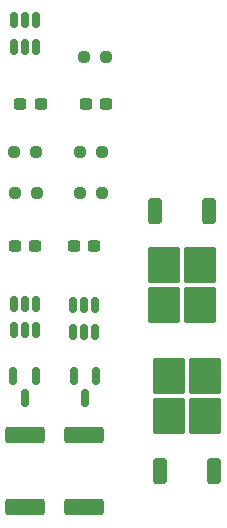
<source format=gbr>
%TF.GenerationSoftware,KiCad,Pcbnew,9.0.4*%
%TF.CreationDate,2025-10-23T14:08:19-04:00*%
%TF.ProjectId,BMS,424d532e-6b69-4636-9164-5f7063625858,rev?*%
%TF.SameCoordinates,Original*%
%TF.FileFunction,Paste,Top*%
%TF.FilePolarity,Positive*%
%FSLAX46Y46*%
G04 Gerber Fmt 4.6, Leading zero omitted, Abs format (unit mm)*
G04 Created by KiCad (PCBNEW 9.0.4) date 2025-10-23 14:08:19*
%MOMM*%
%LPD*%
G01*
G04 APERTURE LIST*
G04 Aperture macros list*
%AMRoundRect*
0 Rectangle with rounded corners*
0 $1 Rounding radius*
0 $2 $3 $4 $5 $6 $7 $8 $9 X,Y pos of 4 corners*
0 Add a 4 corners polygon primitive as box body*
4,1,4,$2,$3,$4,$5,$6,$7,$8,$9,$2,$3,0*
0 Add four circle primitives for the rounded corners*
1,1,$1+$1,$2,$3*
1,1,$1+$1,$4,$5*
1,1,$1+$1,$6,$7*
1,1,$1+$1,$8,$9*
0 Add four rect primitives between the rounded corners*
20,1,$1+$1,$2,$3,$4,$5,0*
20,1,$1+$1,$4,$5,$6,$7,0*
20,1,$1+$1,$6,$7,$8,$9,0*
20,1,$1+$1,$8,$9,$2,$3,0*%
G04 Aperture macros list end*
%ADD10RoundRect,0.150000X-0.150000X0.587500X-0.150000X-0.587500X0.150000X-0.587500X0.150000X0.587500X0*%
%ADD11RoundRect,0.150000X-0.150000X0.512500X-0.150000X-0.512500X0.150000X-0.512500X0.150000X0.512500X0*%
%ADD12RoundRect,0.237500X-0.300000X-0.237500X0.300000X-0.237500X0.300000X0.237500X-0.300000X0.237500X0*%
%ADD13RoundRect,0.249999X-1.425001X0.450001X-1.425001X-0.450001X1.425001X-0.450001X1.425001X0.450001X0*%
%ADD14RoundRect,0.250000X1.125000X-1.275000X1.125000X1.275000X-1.125000X1.275000X-1.125000X-1.275000X0*%
%ADD15RoundRect,0.250000X0.350000X-0.850000X0.350000X0.850000X-0.350000X0.850000X-0.350000X-0.850000X0*%
%ADD16RoundRect,0.237500X-0.250000X-0.237500X0.250000X-0.237500X0.250000X0.237500X-0.250000X0.237500X0*%
%ADD17RoundRect,0.250000X-1.125000X1.275000X-1.125000X-1.275000X1.125000X-1.275000X1.125000X1.275000X0*%
%ADD18RoundRect,0.250000X-0.350000X0.850000X-0.350000X-0.850000X0.350000X-0.850000X0.350000X0.850000X0*%
G04 APERTURE END LIST*
D10*
%TO.C,Q4*%
X145000000Y-96000000D03*
X143100000Y-96000000D03*
X144050000Y-97875000D03*
%TD*%
%TO.C,Q3*%
X139900000Y-96000000D03*
X138000000Y-96000000D03*
X138950000Y-97875000D03*
%TD*%
D11*
%TO.C,U1*%
X139950000Y-89862500D03*
X139000000Y-89862500D03*
X138050000Y-89862500D03*
X138050000Y-92137500D03*
X139000000Y-92137500D03*
X139950000Y-92137500D03*
%TD*%
D12*
%TO.C,C1*%
X138575000Y-73000000D03*
X140300000Y-73000000D03*
%TD*%
D13*
%TO.C,R5*%
X139000000Y-101000000D03*
X139000000Y-107100000D03*
%TD*%
D14*
%TO.C,Q2*%
X151195000Y-99375000D03*
X154245000Y-99375000D03*
X151195000Y-96025000D03*
X154245000Y-96025000D03*
D15*
X150440000Y-104000000D03*
X155000000Y-104000000D03*
%TD*%
D16*
%TO.C,R7*%
X144000000Y-69000000D03*
X145825000Y-69000000D03*
%TD*%
D12*
%TO.C,C4*%
X143137500Y-85000000D03*
X144862500Y-85000000D03*
%TD*%
%TO.C,C2*%
X144137500Y-73000000D03*
X145862500Y-73000000D03*
%TD*%
D16*
%TO.C,R2*%
X143675000Y-77000000D03*
X145500000Y-77000000D03*
%TD*%
%TO.C,R1*%
X138087500Y-77000000D03*
X139912500Y-77000000D03*
%TD*%
D13*
%TO.C,R6*%
X144000000Y-101000000D03*
X144000000Y-107100000D03*
%TD*%
D12*
%TO.C,C3*%
X138137500Y-85000000D03*
X139862500Y-85000000D03*
%TD*%
D11*
%TO.C,U3*%
X139950000Y-65862500D03*
X139000000Y-65862500D03*
X138050000Y-65862500D03*
X138050000Y-68137500D03*
X139000000Y-68137500D03*
X139950000Y-68137500D03*
%TD*%
D16*
%TO.C,R3*%
X138175000Y-80500000D03*
X140000000Y-80500000D03*
%TD*%
D17*
%TO.C,Q1*%
X153805000Y-86625000D03*
X150755000Y-86625000D03*
X153805000Y-89975000D03*
X150755000Y-89975000D03*
D18*
X154560000Y-82000000D03*
X150000000Y-82000000D03*
%TD*%
D16*
%TO.C,R4*%
X143675000Y-80500000D03*
X145500000Y-80500000D03*
%TD*%
D11*
%TO.C,U2*%
X144950000Y-90000000D03*
X144000000Y-90000000D03*
X143050000Y-90000000D03*
X143050000Y-92275000D03*
X144000000Y-92275000D03*
X144950000Y-92275000D03*
%TD*%
M02*

</source>
